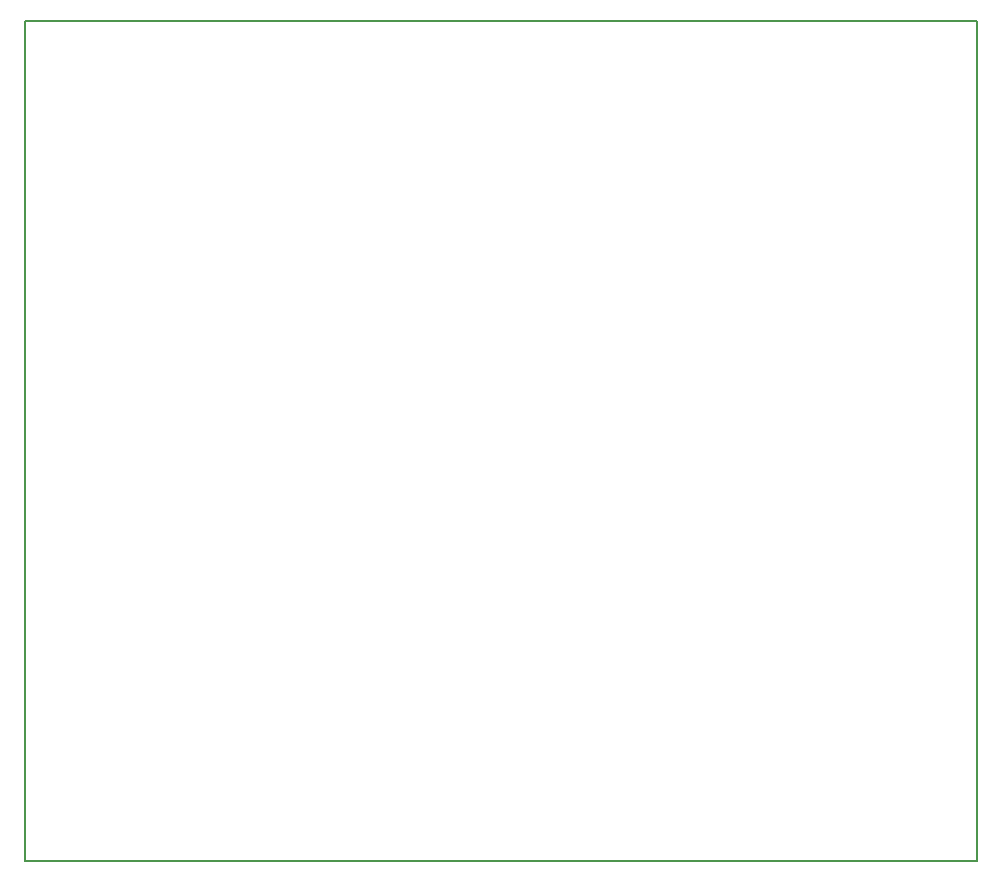
<source format=gbr>
G04 EasyPC Gerber Version 20.0.2 Build 4112 *
G04 #@! TF.Part,Single*
%FSLAX35Y35*%
%MOIN*%
%ADD11C,0.00500*%
X0Y0D02*
D02*
D11*
X250Y368D02*
X317750D01*
Y280368*
X250*
Y368*
X0Y0D02*
M02*

</source>
